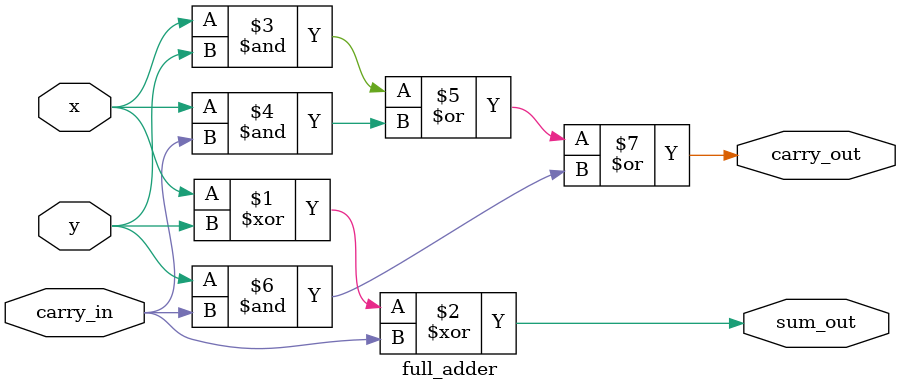
<source format=sv>
module top_module (
	input [3:0] x,
	input [3:0] y,
	output [4:0] sum
);
	
	wire [3:0] carry;
	wire [3:0] xor_output;
	wire [3:1] carry_bit;

	genvar i;
	
	// Generate full adders
	generate
  		for (i = 0; i < 4; i = i + 1) begin : GEN_ADDER
    		full_adder FA(
      			.x(x[i]),
      			.y(y[i]),
      			.carry_in(carry[i]),
      			.sum_out(xor_output[i]),
      			.carry_out(carry[i+1])
    		);
  		end
	endgenerate
	
	// Connect carry bits
	assign carry_bit[0] = 0;
	assign carry_bit[1:4] = carry;
	
	// Concatenate sum bits with overflow bit
	assign sum = {carry_bit[4], xor_output};
	
endmodule
module full_adder (
	input x,
	input y,
	input carry_in,
	output sum_out,
	output carry_out
);

	assign sum_out = x ^ y ^ carry_in;
	assign carry_out = (x & y) | (x & carry_in) | (y & carry_in);
	
endmodule

</source>
